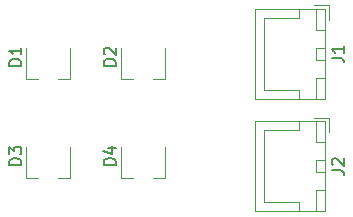
<source format=gbr>
%TF.GenerationSoftware,KiCad,Pcbnew,7.0.6*%
%TF.CreationDate,2023-12-12T11:09:34+00:00*%
%TF.ProjectId,led_holder,6c65645f-686f-46c6-9465-722e6b696361,rev?*%
%TF.SameCoordinates,Original*%
%TF.FileFunction,Legend,Top*%
%TF.FilePolarity,Positive*%
%FSLAX46Y46*%
G04 Gerber Fmt 4.6, Leading zero omitted, Abs format (unit mm)*
G04 Created by KiCad (PCBNEW 7.0.6) date 2023-12-12 11:09:34*
%MOMM*%
%LPD*%
G01*
G04 APERTURE LIST*
%ADD10C,0.150000*%
%ADD11C,0.120000*%
G04 APERTURE END LIST*
D10*
X182004819Y-73583333D02*
X182719104Y-73583333D01*
X182719104Y-73583333D02*
X182861961Y-73630952D01*
X182861961Y-73630952D02*
X182957200Y-73726190D01*
X182957200Y-73726190D02*
X183004819Y-73869047D01*
X183004819Y-73869047D02*
X183004819Y-73964285D01*
X182100057Y-73154761D02*
X182052438Y-73107142D01*
X182052438Y-73107142D02*
X182004819Y-73011904D01*
X182004819Y-73011904D02*
X182004819Y-72773809D01*
X182004819Y-72773809D02*
X182052438Y-72678571D01*
X182052438Y-72678571D02*
X182100057Y-72630952D01*
X182100057Y-72630952D02*
X182195295Y-72583333D01*
X182195295Y-72583333D02*
X182290533Y-72583333D01*
X182290533Y-72583333D02*
X182433390Y-72630952D01*
X182433390Y-72630952D02*
X183004819Y-73202380D01*
X183004819Y-73202380D02*
X183004819Y-72583333D01*
X182004819Y-64083333D02*
X182719104Y-64083333D01*
X182719104Y-64083333D02*
X182861961Y-64130952D01*
X182861961Y-64130952D02*
X182957200Y-64226190D01*
X182957200Y-64226190D02*
X183004819Y-64369047D01*
X183004819Y-64369047D02*
X183004819Y-64464285D01*
X183004819Y-63083333D02*
X183004819Y-63654761D01*
X183004819Y-63369047D02*
X182004819Y-63369047D01*
X182004819Y-63369047D02*
X182147676Y-63464285D01*
X182147676Y-63464285D02*
X182242914Y-63559523D01*
X182242914Y-63559523D02*
X182290533Y-63654761D01*
X163704819Y-73138094D02*
X162704819Y-73138094D01*
X162704819Y-73138094D02*
X162704819Y-72899999D01*
X162704819Y-72899999D02*
X162752438Y-72757142D01*
X162752438Y-72757142D02*
X162847676Y-72661904D01*
X162847676Y-72661904D02*
X162942914Y-72614285D01*
X162942914Y-72614285D02*
X163133390Y-72566666D01*
X163133390Y-72566666D02*
X163276247Y-72566666D01*
X163276247Y-72566666D02*
X163466723Y-72614285D01*
X163466723Y-72614285D02*
X163561961Y-72661904D01*
X163561961Y-72661904D02*
X163657200Y-72757142D01*
X163657200Y-72757142D02*
X163704819Y-72899999D01*
X163704819Y-72899999D02*
X163704819Y-73138094D01*
X163038152Y-71709523D02*
X163704819Y-71709523D01*
X162657200Y-71947618D02*
X163371485Y-72185713D01*
X163371485Y-72185713D02*
X163371485Y-71566666D01*
X155704819Y-73138094D02*
X154704819Y-73138094D01*
X154704819Y-73138094D02*
X154704819Y-72899999D01*
X154704819Y-72899999D02*
X154752438Y-72757142D01*
X154752438Y-72757142D02*
X154847676Y-72661904D01*
X154847676Y-72661904D02*
X154942914Y-72614285D01*
X154942914Y-72614285D02*
X155133390Y-72566666D01*
X155133390Y-72566666D02*
X155276247Y-72566666D01*
X155276247Y-72566666D02*
X155466723Y-72614285D01*
X155466723Y-72614285D02*
X155561961Y-72661904D01*
X155561961Y-72661904D02*
X155657200Y-72757142D01*
X155657200Y-72757142D02*
X155704819Y-72899999D01*
X155704819Y-72899999D02*
X155704819Y-73138094D01*
X154704819Y-72233332D02*
X154704819Y-71614285D01*
X154704819Y-71614285D02*
X155085771Y-71947618D01*
X155085771Y-71947618D02*
X155085771Y-71804761D01*
X155085771Y-71804761D02*
X155133390Y-71709523D01*
X155133390Y-71709523D02*
X155181009Y-71661904D01*
X155181009Y-71661904D02*
X155276247Y-71614285D01*
X155276247Y-71614285D02*
X155514342Y-71614285D01*
X155514342Y-71614285D02*
X155609580Y-71661904D01*
X155609580Y-71661904D02*
X155657200Y-71709523D01*
X155657200Y-71709523D02*
X155704819Y-71804761D01*
X155704819Y-71804761D02*
X155704819Y-72090475D01*
X155704819Y-72090475D02*
X155657200Y-72185713D01*
X155657200Y-72185713D02*
X155609580Y-72233332D01*
X163704819Y-64738094D02*
X162704819Y-64738094D01*
X162704819Y-64738094D02*
X162704819Y-64499999D01*
X162704819Y-64499999D02*
X162752438Y-64357142D01*
X162752438Y-64357142D02*
X162847676Y-64261904D01*
X162847676Y-64261904D02*
X162942914Y-64214285D01*
X162942914Y-64214285D02*
X163133390Y-64166666D01*
X163133390Y-64166666D02*
X163276247Y-64166666D01*
X163276247Y-64166666D02*
X163466723Y-64214285D01*
X163466723Y-64214285D02*
X163561961Y-64261904D01*
X163561961Y-64261904D02*
X163657200Y-64357142D01*
X163657200Y-64357142D02*
X163704819Y-64499999D01*
X163704819Y-64499999D02*
X163704819Y-64738094D01*
X162800057Y-63785713D02*
X162752438Y-63738094D01*
X162752438Y-63738094D02*
X162704819Y-63642856D01*
X162704819Y-63642856D02*
X162704819Y-63404761D01*
X162704819Y-63404761D02*
X162752438Y-63309523D01*
X162752438Y-63309523D02*
X162800057Y-63261904D01*
X162800057Y-63261904D02*
X162895295Y-63214285D01*
X162895295Y-63214285D02*
X162990533Y-63214285D01*
X162990533Y-63214285D02*
X163133390Y-63261904D01*
X163133390Y-63261904D02*
X163704819Y-63833332D01*
X163704819Y-63833332D02*
X163704819Y-63214285D01*
X155704819Y-64738094D02*
X154704819Y-64738094D01*
X154704819Y-64738094D02*
X154704819Y-64499999D01*
X154704819Y-64499999D02*
X154752438Y-64357142D01*
X154752438Y-64357142D02*
X154847676Y-64261904D01*
X154847676Y-64261904D02*
X154942914Y-64214285D01*
X154942914Y-64214285D02*
X155133390Y-64166666D01*
X155133390Y-64166666D02*
X155276247Y-64166666D01*
X155276247Y-64166666D02*
X155466723Y-64214285D01*
X155466723Y-64214285D02*
X155561961Y-64261904D01*
X155561961Y-64261904D02*
X155657200Y-64357142D01*
X155657200Y-64357142D02*
X155704819Y-64499999D01*
X155704819Y-64499999D02*
X155704819Y-64738094D01*
X155704819Y-63214285D02*
X155704819Y-63785713D01*
X155704819Y-63499999D02*
X154704819Y-63499999D01*
X154704819Y-63499999D02*
X154847676Y-63595237D01*
X154847676Y-63595237D02*
X154942914Y-63690475D01*
X154942914Y-63690475D02*
X154990533Y-63785713D01*
D11*
%TO.C,J2*%
X179200000Y-77050000D02*
X179200000Y-76300000D01*
X179200000Y-76300000D02*
X176250000Y-76300000D01*
X176250000Y-76300000D02*
X176250000Y-73250000D01*
X179200000Y-70200000D02*
X176250000Y-70200000D01*
X181450000Y-73750000D02*
X181450000Y-72750000D01*
X181450000Y-72750000D02*
X180700000Y-72750000D01*
X180700000Y-72750000D02*
X180700000Y-73750000D01*
X180700000Y-75250000D02*
X180700000Y-77050000D01*
X181450000Y-77050000D02*
X181450000Y-75250000D01*
X181750000Y-69150000D02*
X180500000Y-69150000D01*
X181460000Y-69440000D02*
X175490000Y-69440000D01*
X181450000Y-69450000D02*
X180700000Y-69450000D01*
X175490000Y-69440000D02*
X175490000Y-77060000D01*
X180700000Y-73750000D02*
X181450000Y-73750000D01*
X179200000Y-69450000D02*
X179200000Y-70200000D01*
X180700000Y-69450000D02*
X180700000Y-71250000D01*
X181750000Y-70400000D02*
X181750000Y-69150000D01*
X180700000Y-77050000D02*
X181450000Y-77050000D01*
X181450000Y-71250000D02*
X181450000Y-69450000D01*
X181460000Y-77060000D02*
X181460000Y-69440000D01*
X176250000Y-70200000D02*
X176250000Y-73250000D01*
X181450000Y-75250000D02*
X180700000Y-75250000D01*
X175490000Y-77060000D02*
X181460000Y-77060000D01*
X180700000Y-71250000D02*
X181450000Y-71250000D01*
%TO.C,J1*%
X180700000Y-61750000D02*
X181450000Y-61750000D01*
X175490000Y-67560000D02*
X181460000Y-67560000D01*
X181450000Y-65750000D02*
X180700000Y-65750000D01*
X176250000Y-60700000D02*
X176250000Y-63750000D01*
X181460000Y-67560000D02*
X181460000Y-59940000D01*
X181450000Y-61750000D02*
X181450000Y-59950000D01*
X180700000Y-67550000D02*
X181450000Y-67550000D01*
X181750000Y-60900000D02*
X181750000Y-59650000D01*
X180700000Y-59950000D02*
X180700000Y-61750000D01*
X179200000Y-59950000D02*
X179200000Y-60700000D01*
X180700000Y-64250000D02*
X181450000Y-64250000D01*
X175490000Y-59940000D02*
X175490000Y-67560000D01*
X181450000Y-59950000D02*
X180700000Y-59950000D01*
X181460000Y-59940000D02*
X175490000Y-59940000D01*
X181750000Y-59650000D02*
X180500000Y-59650000D01*
X181450000Y-67550000D02*
X181450000Y-65750000D01*
X180700000Y-65750000D02*
X180700000Y-67550000D01*
X180700000Y-63250000D02*
X180700000Y-64250000D01*
X181450000Y-63250000D02*
X180700000Y-63250000D01*
X181450000Y-64250000D02*
X181450000Y-63250000D01*
X179200000Y-60700000D02*
X176250000Y-60700000D01*
X176250000Y-66800000D02*
X176250000Y-63750000D01*
X179200000Y-66800000D02*
X176250000Y-66800000D01*
X179200000Y-67550000D02*
X179200000Y-66800000D01*
%TO.C,D4*%
X164150000Y-71650000D02*
X164150000Y-74250000D01*
X167850000Y-74250000D02*
X166850000Y-74250000D01*
X164150000Y-74250000D02*
X165150000Y-74250000D01*
X167850000Y-71650000D02*
X167850000Y-74250000D01*
%TO.C,D3*%
X156150000Y-71650000D02*
X156150000Y-74250000D01*
X159850000Y-74250000D02*
X158850000Y-74250000D01*
X156150000Y-74250000D02*
X157150000Y-74250000D01*
X159850000Y-71650000D02*
X159850000Y-74250000D01*
%TO.C,D2*%
X164150000Y-63250000D02*
X164150000Y-65850000D01*
X167850000Y-65850000D02*
X166850000Y-65850000D01*
X164150000Y-65850000D02*
X165150000Y-65850000D01*
X167850000Y-63250000D02*
X167850000Y-65850000D01*
%TO.C,D1*%
X159850000Y-63250000D02*
X159850000Y-65850000D01*
X156150000Y-65850000D02*
X157150000Y-65850000D01*
X159850000Y-65850000D02*
X158850000Y-65850000D01*
X156150000Y-63250000D02*
X156150000Y-65850000D01*
%TD*%
M02*

</source>
